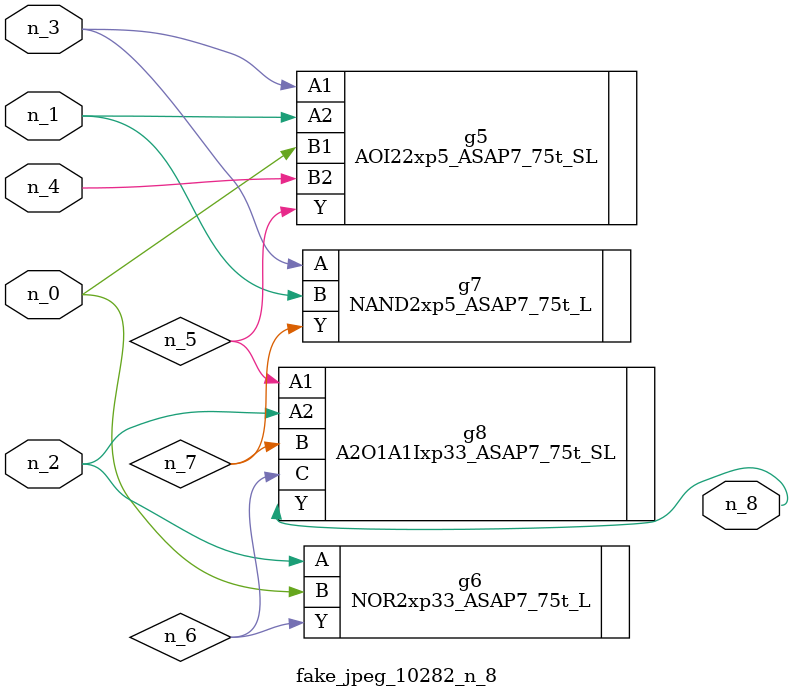
<source format=v>
module fake_jpeg_10282_n_8 (n_3, n_2, n_1, n_0, n_4, n_8);

input n_3;
input n_2;
input n_1;
input n_0;
input n_4;

output n_8;

wire n_6;
wire n_5;
wire n_7;

AOI22xp5_ASAP7_75t_SL g5 ( 
.A1(n_3),
.A2(n_1),
.B1(n_0),
.B2(n_4),
.Y(n_5)
);

NOR2xp33_ASAP7_75t_L g6 ( 
.A(n_2),
.B(n_0),
.Y(n_6)
);

NAND2xp5_ASAP7_75t_L g7 ( 
.A(n_3),
.B(n_1),
.Y(n_7)
);

A2O1A1Ixp33_ASAP7_75t_SL g8 ( 
.A1(n_5),
.A2(n_2),
.B(n_7),
.C(n_6),
.Y(n_8)
);


endmodule
</source>
